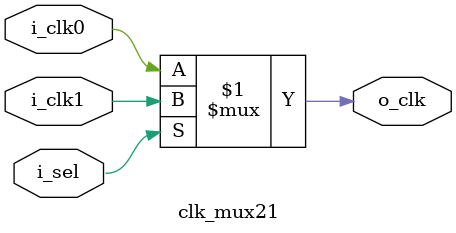
<source format=v>

`timescale 1ns / 1ps 
`default_nettype none

module clk_mux21(
    i_clk0,
    i_clk1,
    i_sel,
    o_clk
);

input	wire i_clk0;
input	wire i_clk1;
input	wire i_sel;
output	wire o_clk;


assign o_clk = i_sel ? i_clk1 : i_clk0;















endmodule
`default_nettype wire
</source>
